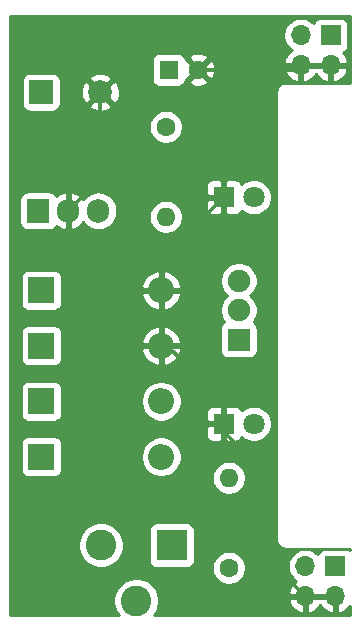
<source format=gbr>
%TF.GenerationSoftware,KiCad,Pcbnew,(5.1.10)-1*%
%TF.CreationDate,2021-12-27T15:37:09-03:00*%
%TF.ProjectId,pwr_supply,7077725f-7375-4707-906c-792e6b696361,rev?*%
%TF.SameCoordinates,Original*%
%TF.FileFunction,Copper,L2,Bot*%
%TF.FilePolarity,Positive*%
%FSLAX46Y46*%
G04 Gerber Fmt 4.6, Leading zero omitted, Abs format (unit mm)*
G04 Created by KiCad (PCBNEW (5.1.10)-1) date 2021-12-27 15:37:09*
%MOMM*%
%LPD*%
G01*
G04 APERTURE LIST*
%TA.AperFunction,ComponentPad*%
%ADD10C,2.000000*%
%TD*%
%TA.AperFunction,ComponentPad*%
%ADD11R,2.000000X2.000000*%
%TD*%
%TA.AperFunction,ComponentPad*%
%ADD12C,1.600000*%
%TD*%
%TA.AperFunction,ComponentPad*%
%ADD13R,1.600000X1.600000*%
%TD*%
%TA.AperFunction,ComponentPad*%
%ADD14O,2.200000X2.200000*%
%TD*%
%TA.AperFunction,ComponentPad*%
%ADD15R,2.200000X2.200000*%
%TD*%
%TA.AperFunction,ComponentPad*%
%ADD16C,1.800000*%
%TD*%
%TA.AperFunction,ComponentPad*%
%ADD17R,1.800000X1.800000*%
%TD*%
%TA.AperFunction,ComponentPad*%
%ADD18C,2.600000*%
%TD*%
%TA.AperFunction,ComponentPad*%
%ADD19R,2.600000X2.600000*%
%TD*%
%TA.AperFunction,ComponentPad*%
%ADD20O,1.700000X1.700000*%
%TD*%
%TA.AperFunction,ComponentPad*%
%ADD21R,1.700000X1.700000*%
%TD*%
%TA.AperFunction,ComponentPad*%
%ADD22O,1.600000X1.600000*%
%TD*%
%TA.AperFunction,ComponentPad*%
%ADD23C,1.900000*%
%TD*%
%TA.AperFunction,ComponentPad*%
%ADD24R,1.900000X1.900000*%
%TD*%
%TA.AperFunction,ComponentPad*%
%ADD25O,1.905000X2.000000*%
%TD*%
%TA.AperFunction,ComponentPad*%
%ADD26R,1.905000X2.000000*%
%TD*%
%TA.AperFunction,Conductor*%
%ADD27C,0.300000*%
%TD*%
%TA.AperFunction,Conductor*%
%ADD28C,0.254000*%
%TD*%
%TA.AperFunction,Conductor*%
%ADD29C,0.100000*%
%TD*%
G04 APERTURE END LIST*
D10*
%TO.P,C1,2*%
%TO.N,/GND*%
X131365000Y-70485000D03*
D11*
%TO.P,C1,1*%
%TO.N,/Vin*%
X126365000Y-70485000D03*
%TD*%
D12*
%TO.P,C2,2*%
%TO.N,/GND*%
X139660000Y-68580000D03*
D13*
%TO.P,C2,1*%
%TO.N,/Vout1*%
X137160000Y-68580000D03*
%TD*%
D14*
%TO.P,D1,2*%
%TO.N,Net-(D1-Pad2)*%
X136525000Y-96647000D03*
D15*
%TO.P,D1,1*%
%TO.N,/Vin*%
X126365000Y-96647000D03*
%TD*%
D14*
%TO.P,D2,2*%
%TO.N,/GND*%
X136525000Y-87249000D03*
D15*
%TO.P,D2,1*%
%TO.N,Net-(D1-Pad2)*%
X126365000Y-87249000D03*
%TD*%
%TO.P,D3,1*%
%TO.N,/Vin*%
X126365000Y-101346000D03*
D14*
%TO.P,D3,2*%
%TO.N,Net-(D3-Pad2)*%
X136525000Y-101346000D03*
%TD*%
D15*
%TO.P,D4,1*%
%TO.N,Net-(D3-Pad2)*%
X126365000Y-91948000D03*
D14*
%TO.P,D4,2*%
%TO.N,/GND*%
X136525000Y-91948000D03*
%TD*%
D16*
%TO.P,D5,2*%
%TO.N,Net-(D5-Pad2)*%
X144358000Y-98552000D03*
D17*
%TO.P,D5,1*%
%TO.N,/GND*%
X141818000Y-98552000D03*
%TD*%
%TO.P,D6,1*%
%TO.N,/GND*%
X141818000Y-79375000D03*
D16*
%TO.P,D6,2*%
%TO.N,Net-(D6-Pad2)*%
X144358000Y-79375000D03*
%TD*%
D18*
%TO.P,J1,3*%
%TO.N,Net-(J1-Pad3)*%
X134414000Y-113539000D03*
%TO.P,J1,2*%
%TO.N,Net-(D3-Pad2)*%
X131414000Y-108839000D03*
D19*
%TO.P,J1,1*%
%TO.N,Net-(D1-Pad2)*%
X137414000Y-108839000D03*
%TD*%
D20*
%TO.P,J2,4*%
%TO.N,/GND*%
X148336000Y-68199000D03*
%TO.P,J2,3*%
X150876000Y-68199000D03*
%TO.P,J2,2*%
%TO.N,/Vout2*%
X148336000Y-65659000D03*
D21*
%TO.P,J2,1*%
X150876000Y-65659000D03*
%TD*%
%TO.P,J3,1*%
%TO.N,/Vout2*%
X151257000Y-110617000D03*
D20*
%TO.P,J3,2*%
X148717000Y-110617000D03*
%TO.P,J3,3*%
%TO.N,/GND*%
X151257000Y-113157000D03*
%TO.P,J3,4*%
X148717000Y-113157000D03*
%TD*%
D22*
%TO.P,R1,2*%
%TO.N,Net-(D5-Pad2)*%
X142240000Y-103124000D03*
D12*
%TO.P,R1,1*%
%TO.N,/Vout1*%
X142240000Y-110744000D03*
%TD*%
%TO.P,R2,1*%
%TO.N,/Vout2*%
X136906000Y-73406000D03*
D22*
%TO.P,R2,2*%
%TO.N,Net-(D6-Pad2)*%
X136906000Y-81026000D03*
%TD*%
D23*
%TO.P,SW1,3*%
%TO.N,Net-(SW1-Pad3)*%
X143093000Y-86440000D03*
%TO.P,SW1,2*%
%TO.N,/Vout1*%
X143093000Y-88940000D03*
D24*
%TO.P,SW1,1*%
%TO.N,/Vout2*%
X143093000Y-91440000D03*
%TD*%
D25*
%TO.P,U1,3*%
%TO.N,/Vout1*%
X131191000Y-80518000D03*
%TO.P,U1,2*%
%TO.N,/GND*%
X128651000Y-80518000D03*
D26*
%TO.P,U1,1*%
%TO.N,/Vin*%
X126111000Y-80518000D03*
%TD*%
D27*
%TO.N,/GND*%
X151257000Y-113157000D02*
X148717000Y-113157000D01*
X131365000Y-77804000D02*
X128651000Y-80518000D01*
X131365000Y-70485000D02*
X131365000Y-77804000D01*
X131365000Y-70485000D02*
X135001000Y-66849000D01*
X137929000Y-66849000D02*
X139660000Y-68580000D01*
X135001000Y-66849000D02*
X137929000Y-66849000D01*
X141818000Y-70738000D02*
X139660000Y-68580000D01*
X141818000Y-79375000D02*
X141818000Y-70738000D01*
X141818000Y-96733000D02*
X141818000Y-98552000D01*
X136525000Y-91440000D02*
X141818000Y-96733000D01*
X136525000Y-84668000D02*
X141818000Y-79375000D01*
X136525000Y-87884000D02*
X136525000Y-84668000D01*
X136525000Y-87249000D02*
X136525000Y-91948000D01*
X147955000Y-68580000D02*
X148336000Y-68199000D01*
X139660000Y-68580000D02*
X147955000Y-68580000D01*
X148336000Y-68199000D02*
X150876000Y-68199000D01*
X141818000Y-98552000D02*
X141818000Y-99273000D01*
X141818000Y-99273000D02*
X145288000Y-102743000D01*
X145288000Y-109728000D02*
X148717000Y-113157000D01*
X145288000Y-102743000D02*
X145288000Y-109728000D01*
%TO.N,/Vout1*%
X137160000Y-68580000D02*
X137160000Y-68834000D01*
%TD*%
D28*
%TO.N,/GND*%
X152502000Y-69698000D02*
X146971419Y-69698000D01*
X146939000Y-69694807D01*
X146906581Y-69698000D01*
X146809617Y-69707550D01*
X146685207Y-69745290D01*
X146570550Y-69806575D01*
X146470052Y-69889052D01*
X146387575Y-69989550D01*
X146326290Y-70104207D01*
X146288550Y-70228617D01*
X146275807Y-70358000D01*
X146279001Y-70390429D01*
X146279000Y-108425581D01*
X146275807Y-108458000D01*
X146288550Y-108587383D01*
X146326290Y-108711793D01*
X146387575Y-108826450D01*
X146470052Y-108926948D01*
X146570550Y-109009425D01*
X146685207Y-109070710D01*
X146809617Y-109108450D01*
X146939000Y-109121193D01*
X146971419Y-109118000D01*
X152502001Y-109118000D01*
X152502001Y-109269706D01*
X152461494Y-109236463D01*
X152351180Y-109177498D01*
X152231482Y-109141188D01*
X152107000Y-109128928D01*
X150407000Y-109128928D01*
X150282518Y-109141188D01*
X150162820Y-109177498D01*
X150052506Y-109236463D01*
X149955815Y-109315815D01*
X149876463Y-109412506D01*
X149817498Y-109522820D01*
X149795487Y-109595380D01*
X149663632Y-109463525D01*
X149420411Y-109301010D01*
X149150158Y-109189068D01*
X148863260Y-109132000D01*
X148570740Y-109132000D01*
X148283842Y-109189068D01*
X148013589Y-109301010D01*
X147770368Y-109463525D01*
X147563525Y-109670368D01*
X147401010Y-109913589D01*
X147289068Y-110183842D01*
X147232000Y-110470740D01*
X147232000Y-110763260D01*
X147289068Y-111050158D01*
X147401010Y-111320411D01*
X147563525Y-111563632D01*
X147770368Y-111770475D01*
X147952534Y-111892195D01*
X147835645Y-111961822D01*
X147619412Y-112156731D01*
X147445359Y-112390080D01*
X147320175Y-112652901D01*
X147275524Y-112800110D01*
X147396845Y-113030000D01*
X148590000Y-113030000D01*
X148590000Y-113010000D01*
X148844000Y-113010000D01*
X148844000Y-113030000D01*
X151130000Y-113030000D01*
X151130000Y-113010000D01*
X151384000Y-113010000D01*
X151384000Y-113030000D01*
X151404000Y-113030000D01*
X151404000Y-113284000D01*
X151384000Y-113284000D01*
X151384000Y-114477814D01*
X151613891Y-114598481D01*
X151888252Y-114501157D01*
X152138355Y-114352178D01*
X152354588Y-114157269D01*
X152502000Y-113959637D01*
X152502000Y-114783000D01*
X135906504Y-114783000D01*
X135917013Y-114772491D01*
X136128775Y-114455566D01*
X136274639Y-114103419D01*
X136349000Y-113729581D01*
X136349000Y-113513890D01*
X147275524Y-113513890D01*
X147320175Y-113661099D01*
X147445359Y-113923920D01*
X147619412Y-114157269D01*
X147835645Y-114352178D01*
X148085748Y-114501157D01*
X148360109Y-114598481D01*
X148590000Y-114477814D01*
X148590000Y-113284000D01*
X148844000Y-113284000D01*
X148844000Y-114477814D01*
X149073891Y-114598481D01*
X149348252Y-114501157D01*
X149598355Y-114352178D01*
X149814588Y-114157269D01*
X149987000Y-113926120D01*
X150159412Y-114157269D01*
X150375645Y-114352178D01*
X150625748Y-114501157D01*
X150900109Y-114598481D01*
X151130000Y-114477814D01*
X151130000Y-113284000D01*
X148844000Y-113284000D01*
X148590000Y-113284000D01*
X147396845Y-113284000D01*
X147275524Y-113513890D01*
X136349000Y-113513890D01*
X136349000Y-113348419D01*
X136274639Y-112974581D01*
X136128775Y-112622434D01*
X135917013Y-112305509D01*
X135647491Y-112035987D01*
X135330566Y-111824225D01*
X134978419Y-111678361D01*
X134604581Y-111604000D01*
X134223419Y-111604000D01*
X133849581Y-111678361D01*
X133497434Y-111824225D01*
X133180509Y-112035987D01*
X132910987Y-112305509D01*
X132699225Y-112622434D01*
X132553361Y-112974581D01*
X132479000Y-113348419D01*
X132479000Y-113729581D01*
X132553361Y-114103419D01*
X132699225Y-114455566D01*
X132910987Y-114772491D01*
X132921496Y-114783000D01*
X123723000Y-114783000D01*
X123723000Y-108648419D01*
X129479000Y-108648419D01*
X129479000Y-109029581D01*
X129553361Y-109403419D01*
X129699225Y-109755566D01*
X129910987Y-110072491D01*
X130180509Y-110342013D01*
X130497434Y-110553775D01*
X130849581Y-110699639D01*
X131223419Y-110774000D01*
X131604581Y-110774000D01*
X131978419Y-110699639D01*
X132330566Y-110553775D01*
X132647491Y-110342013D01*
X132917013Y-110072491D01*
X133128775Y-109755566D01*
X133274639Y-109403419D01*
X133349000Y-109029581D01*
X133349000Y-108648419D01*
X133274639Y-108274581D01*
X133128775Y-107922434D01*
X132917013Y-107605509D01*
X132850504Y-107539000D01*
X135475928Y-107539000D01*
X135475928Y-110139000D01*
X135488188Y-110263482D01*
X135524498Y-110383180D01*
X135583463Y-110493494D01*
X135662815Y-110590185D01*
X135759506Y-110669537D01*
X135869820Y-110728502D01*
X135989518Y-110764812D01*
X136114000Y-110777072D01*
X138714000Y-110777072D01*
X138838482Y-110764812D01*
X138958180Y-110728502D01*
X139068494Y-110669537D01*
X139149978Y-110602665D01*
X140805000Y-110602665D01*
X140805000Y-110885335D01*
X140860147Y-111162574D01*
X140968320Y-111423727D01*
X141125363Y-111658759D01*
X141325241Y-111858637D01*
X141560273Y-112015680D01*
X141821426Y-112123853D01*
X142098665Y-112179000D01*
X142381335Y-112179000D01*
X142658574Y-112123853D01*
X142919727Y-112015680D01*
X143154759Y-111858637D01*
X143354637Y-111658759D01*
X143511680Y-111423727D01*
X143619853Y-111162574D01*
X143675000Y-110885335D01*
X143675000Y-110602665D01*
X143619853Y-110325426D01*
X143511680Y-110064273D01*
X143354637Y-109829241D01*
X143154759Y-109629363D01*
X142919727Y-109472320D01*
X142658574Y-109364147D01*
X142381335Y-109309000D01*
X142098665Y-109309000D01*
X141821426Y-109364147D01*
X141560273Y-109472320D01*
X141325241Y-109629363D01*
X141125363Y-109829241D01*
X140968320Y-110064273D01*
X140860147Y-110325426D01*
X140805000Y-110602665D01*
X139149978Y-110602665D01*
X139165185Y-110590185D01*
X139244537Y-110493494D01*
X139303502Y-110383180D01*
X139339812Y-110263482D01*
X139352072Y-110139000D01*
X139352072Y-107539000D01*
X139339812Y-107414518D01*
X139303502Y-107294820D01*
X139244537Y-107184506D01*
X139165185Y-107087815D01*
X139068494Y-107008463D01*
X138958180Y-106949498D01*
X138838482Y-106913188D01*
X138714000Y-106900928D01*
X136114000Y-106900928D01*
X135989518Y-106913188D01*
X135869820Y-106949498D01*
X135759506Y-107008463D01*
X135662815Y-107087815D01*
X135583463Y-107184506D01*
X135524498Y-107294820D01*
X135488188Y-107414518D01*
X135475928Y-107539000D01*
X132850504Y-107539000D01*
X132647491Y-107335987D01*
X132330566Y-107124225D01*
X131978419Y-106978361D01*
X131604581Y-106904000D01*
X131223419Y-106904000D01*
X130849581Y-106978361D01*
X130497434Y-107124225D01*
X130180509Y-107335987D01*
X129910987Y-107605509D01*
X129699225Y-107922434D01*
X129553361Y-108274581D01*
X129479000Y-108648419D01*
X123723000Y-108648419D01*
X123723000Y-100246000D01*
X124626928Y-100246000D01*
X124626928Y-102446000D01*
X124639188Y-102570482D01*
X124675498Y-102690180D01*
X124734463Y-102800494D01*
X124813815Y-102897185D01*
X124910506Y-102976537D01*
X125020820Y-103035502D01*
X125140518Y-103071812D01*
X125265000Y-103084072D01*
X127465000Y-103084072D01*
X127589482Y-103071812D01*
X127709180Y-103035502D01*
X127819494Y-102976537D01*
X127916185Y-102897185D01*
X127995537Y-102800494D01*
X128054502Y-102690180D01*
X128090812Y-102570482D01*
X128103072Y-102446000D01*
X128103072Y-101175117D01*
X134790000Y-101175117D01*
X134790000Y-101516883D01*
X134856675Y-101852081D01*
X134987463Y-102167831D01*
X135177337Y-102451998D01*
X135419002Y-102693663D01*
X135703169Y-102883537D01*
X136018919Y-103014325D01*
X136354117Y-103081000D01*
X136695883Y-103081000D01*
X137031081Y-103014325D01*
X137107514Y-102982665D01*
X140805000Y-102982665D01*
X140805000Y-103265335D01*
X140860147Y-103542574D01*
X140968320Y-103803727D01*
X141125363Y-104038759D01*
X141325241Y-104238637D01*
X141560273Y-104395680D01*
X141821426Y-104503853D01*
X142098665Y-104559000D01*
X142381335Y-104559000D01*
X142658574Y-104503853D01*
X142919727Y-104395680D01*
X143154759Y-104238637D01*
X143354637Y-104038759D01*
X143511680Y-103803727D01*
X143619853Y-103542574D01*
X143675000Y-103265335D01*
X143675000Y-102982665D01*
X143619853Y-102705426D01*
X143511680Y-102444273D01*
X143354637Y-102209241D01*
X143154759Y-102009363D01*
X142919727Y-101852320D01*
X142658574Y-101744147D01*
X142381335Y-101689000D01*
X142098665Y-101689000D01*
X141821426Y-101744147D01*
X141560273Y-101852320D01*
X141325241Y-102009363D01*
X141125363Y-102209241D01*
X140968320Y-102444273D01*
X140860147Y-102705426D01*
X140805000Y-102982665D01*
X137107514Y-102982665D01*
X137346831Y-102883537D01*
X137630998Y-102693663D01*
X137872663Y-102451998D01*
X138062537Y-102167831D01*
X138193325Y-101852081D01*
X138260000Y-101516883D01*
X138260000Y-101175117D01*
X138193325Y-100839919D01*
X138062537Y-100524169D01*
X137872663Y-100240002D01*
X137630998Y-99998337D01*
X137346831Y-99808463D01*
X137031081Y-99677675D01*
X136695883Y-99611000D01*
X136354117Y-99611000D01*
X136018919Y-99677675D01*
X135703169Y-99808463D01*
X135419002Y-99998337D01*
X135177337Y-100240002D01*
X134987463Y-100524169D01*
X134856675Y-100839919D01*
X134790000Y-101175117D01*
X128103072Y-101175117D01*
X128103072Y-100246000D01*
X128090812Y-100121518D01*
X128054502Y-100001820D01*
X127995537Y-99891506D01*
X127916185Y-99794815D01*
X127819494Y-99715463D01*
X127709180Y-99656498D01*
X127589482Y-99620188D01*
X127465000Y-99607928D01*
X125265000Y-99607928D01*
X125140518Y-99620188D01*
X125020820Y-99656498D01*
X124910506Y-99715463D01*
X124813815Y-99794815D01*
X124734463Y-99891506D01*
X124675498Y-100001820D01*
X124639188Y-100121518D01*
X124626928Y-100246000D01*
X123723000Y-100246000D01*
X123723000Y-99452000D01*
X140279928Y-99452000D01*
X140292188Y-99576482D01*
X140328498Y-99696180D01*
X140387463Y-99806494D01*
X140466815Y-99903185D01*
X140563506Y-99982537D01*
X140673820Y-100041502D01*
X140793518Y-100077812D01*
X140918000Y-100090072D01*
X141532250Y-100087000D01*
X141691000Y-99928250D01*
X141691000Y-98679000D01*
X140441750Y-98679000D01*
X140283000Y-98837750D01*
X140279928Y-99452000D01*
X123723000Y-99452000D01*
X123723000Y-95547000D01*
X124626928Y-95547000D01*
X124626928Y-97747000D01*
X124639188Y-97871482D01*
X124675498Y-97991180D01*
X124734463Y-98101494D01*
X124813815Y-98198185D01*
X124910506Y-98277537D01*
X125020820Y-98336502D01*
X125140518Y-98372812D01*
X125265000Y-98385072D01*
X127465000Y-98385072D01*
X127589482Y-98372812D01*
X127709180Y-98336502D01*
X127819494Y-98277537D01*
X127916185Y-98198185D01*
X127995537Y-98101494D01*
X128054502Y-97991180D01*
X128090812Y-97871482D01*
X128103072Y-97747000D01*
X128103072Y-96476117D01*
X134790000Y-96476117D01*
X134790000Y-96817883D01*
X134856675Y-97153081D01*
X134987463Y-97468831D01*
X135177337Y-97752998D01*
X135419002Y-97994663D01*
X135703169Y-98184537D01*
X136018919Y-98315325D01*
X136354117Y-98382000D01*
X136695883Y-98382000D01*
X137031081Y-98315325D01*
X137346831Y-98184537D01*
X137630998Y-97994663D01*
X137872663Y-97752998D01*
X137940147Y-97652000D01*
X140279928Y-97652000D01*
X140283000Y-98266250D01*
X140441750Y-98425000D01*
X141691000Y-98425000D01*
X141691000Y-97175750D01*
X141945000Y-97175750D01*
X141945000Y-98425000D01*
X141965000Y-98425000D01*
X141965000Y-98679000D01*
X141945000Y-98679000D01*
X141945000Y-99928250D01*
X142103750Y-100087000D01*
X142718000Y-100090072D01*
X142842482Y-100077812D01*
X142962180Y-100041502D01*
X143072494Y-99982537D01*
X143169185Y-99903185D01*
X143248537Y-99806494D01*
X143307502Y-99696180D01*
X143313056Y-99677873D01*
X143379495Y-99744312D01*
X143630905Y-99912299D01*
X143910257Y-100028011D01*
X144206816Y-100087000D01*
X144509184Y-100087000D01*
X144805743Y-100028011D01*
X145085095Y-99912299D01*
X145336505Y-99744312D01*
X145550312Y-99530505D01*
X145718299Y-99279095D01*
X145834011Y-98999743D01*
X145893000Y-98703184D01*
X145893000Y-98400816D01*
X145834011Y-98104257D01*
X145718299Y-97824905D01*
X145550312Y-97573495D01*
X145336505Y-97359688D01*
X145085095Y-97191701D01*
X144805743Y-97075989D01*
X144509184Y-97017000D01*
X144206816Y-97017000D01*
X143910257Y-97075989D01*
X143630905Y-97191701D01*
X143379495Y-97359688D01*
X143313056Y-97426127D01*
X143307502Y-97407820D01*
X143248537Y-97297506D01*
X143169185Y-97200815D01*
X143072494Y-97121463D01*
X142962180Y-97062498D01*
X142842482Y-97026188D01*
X142718000Y-97013928D01*
X142103750Y-97017000D01*
X141945000Y-97175750D01*
X141691000Y-97175750D01*
X141532250Y-97017000D01*
X140918000Y-97013928D01*
X140793518Y-97026188D01*
X140673820Y-97062498D01*
X140563506Y-97121463D01*
X140466815Y-97200815D01*
X140387463Y-97297506D01*
X140328498Y-97407820D01*
X140292188Y-97527518D01*
X140279928Y-97652000D01*
X137940147Y-97652000D01*
X138062537Y-97468831D01*
X138193325Y-97153081D01*
X138260000Y-96817883D01*
X138260000Y-96476117D01*
X138193325Y-96140919D01*
X138062537Y-95825169D01*
X137872663Y-95541002D01*
X137630998Y-95299337D01*
X137346831Y-95109463D01*
X137031081Y-94978675D01*
X136695883Y-94912000D01*
X136354117Y-94912000D01*
X136018919Y-94978675D01*
X135703169Y-95109463D01*
X135419002Y-95299337D01*
X135177337Y-95541002D01*
X134987463Y-95825169D01*
X134856675Y-96140919D01*
X134790000Y-96476117D01*
X128103072Y-96476117D01*
X128103072Y-95547000D01*
X128090812Y-95422518D01*
X128054502Y-95302820D01*
X127995537Y-95192506D01*
X127916185Y-95095815D01*
X127819494Y-95016463D01*
X127709180Y-94957498D01*
X127589482Y-94921188D01*
X127465000Y-94908928D01*
X125265000Y-94908928D01*
X125140518Y-94921188D01*
X125020820Y-94957498D01*
X124910506Y-95016463D01*
X124813815Y-95095815D01*
X124734463Y-95192506D01*
X124675498Y-95302820D01*
X124639188Y-95422518D01*
X124626928Y-95547000D01*
X123723000Y-95547000D01*
X123723000Y-90848000D01*
X124626928Y-90848000D01*
X124626928Y-93048000D01*
X124639188Y-93172482D01*
X124675498Y-93292180D01*
X124734463Y-93402494D01*
X124813815Y-93499185D01*
X124910506Y-93578537D01*
X125020820Y-93637502D01*
X125140518Y-93673812D01*
X125265000Y-93686072D01*
X127465000Y-93686072D01*
X127589482Y-93673812D01*
X127709180Y-93637502D01*
X127819494Y-93578537D01*
X127916185Y-93499185D01*
X127995537Y-93402494D01*
X128054502Y-93292180D01*
X128090812Y-93172482D01*
X128103072Y-93048000D01*
X128103072Y-92344122D01*
X134835825Y-92344122D01*
X134900425Y-92557094D01*
X135050469Y-92862329D01*
X135257178Y-93132427D01*
X135512609Y-93357008D01*
X135806946Y-93527442D01*
X136128877Y-93637179D01*
X136398000Y-93519600D01*
X136398000Y-92075000D01*
X136652000Y-92075000D01*
X136652000Y-93519600D01*
X136921123Y-93637179D01*
X137243054Y-93527442D01*
X137537391Y-93357008D01*
X137792822Y-93132427D01*
X137999531Y-92862329D01*
X138149575Y-92557094D01*
X138214175Y-92344122D01*
X138096125Y-92075000D01*
X136652000Y-92075000D01*
X136398000Y-92075000D01*
X134953875Y-92075000D01*
X134835825Y-92344122D01*
X128103072Y-92344122D01*
X128103072Y-91551878D01*
X134835825Y-91551878D01*
X134953875Y-91821000D01*
X136398000Y-91821000D01*
X136398000Y-90376400D01*
X136652000Y-90376400D01*
X136652000Y-91821000D01*
X138096125Y-91821000D01*
X138214175Y-91551878D01*
X138149575Y-91338906D01*
X137999531Y-91033671D01*
X137792822Y-90763573D01*
X137537391Y-90538992D01*
X137452783Y-90490000D01*
X141504928Y-90490000D01*
X141504928Y-92390000D01*
X141517188Y-92514482D01*
X141553498Y-92634180D01*
X141612463Y-92744494D01*
X141691815Y-92841185D01*
X141788506Y-92920537D01*
X141898820Y-92979502D01*
X142018518Y-93015812D01*
X142143000Y-93028072D01*
X144043000Y-93028072D01*
X144167482Y-93015812D01*
X144287180Y-92979502D01*
X144397494Y-92920537D01*
X144494185Y-92841185D01*
X144573537Y-92744494D01*
X144632502Y-92634180D01*
X144668812Y-92514482D01*
X144681072Y-92390000D01*
X144681072Y-90490000D01*
X144668812Y-90365518D01*
X144632502Y-90245820D01*
X144573537Y-90135506D01*
X144494185Y-90038815D01*
X144397494Y-89959463D01*
X144338979Y-89928186D01*
X144497609Y-89690779D01*
X144617089Y-89402327D01*
X144678000Y-89096109D01*
X144678000Y-88783891D01*
X144617089Y-88477673D01*
X144497609Y-88189221D01*
X144324150Y-87929621D01*
X144103379Y-87708850D01*
X144075168Y-87690000D01*
X144103379Y-87671150D01*
X144324150Y-87450379D01*
X144497609Y-87190779D01*
X144617089Y-86902327D01*
X144678000Y-86596109D01*
X144678000Y-86283891D01*
X144617089Y-85977673D01*
X144497609Y-85689221D01*
X144324150Y-85429621D01*
X144103379Y-85208850D01*
X143843779Y-85035391D01*
X143555327Y-84915911D01*
X143249109Y-84855000D01*
X142936891Y-84855000D01*
X142630673Y-84915911D01*
X142342221Y-85035391D01*
X142082621Y-85208850D01*
X141861850Y-85429621D01*
X141688391Y-85689221D01*
X141568911Y-85977673D01*
X141508000Y-86283891D01*
X141508000Y-86596109D01*
X141568911Y-86902327D01*
X141688391Y-87190779D01*
X141861850Y-87450379D01*
X142082621Y-87671150D01*
X142110832Y-87690000D01*
X142082621Y-87708850D01*
X141861850Y-87929621D01*
X141688391Y-88189221D01*
X141568911Y-88477673D01*
X141508000Y-88783891D01*
X141508000Y-89096109D01*
X141568911Y-89402327D01*
X141688391Y-89690779D01*
X141847021Y-89928186D01*
X141788506Y-89959463D01*
X141691815Y-90038815D01*
X141612463Y-90135506D01*
X141553498Y-90245820D01*
X141517188Y-90365518D01*
X141504928Y-90490000D01*
X137452783Y-90490000D01*
X137243054Y-90368558D01*
X136921123Y-90258821D01*
X136652000Y-90376400D01*
X136398000Y-90376400D01*
X136128877Y-90258821D01*
X135806946Y-90368558D01*
X135512609Y-90538992D01*
X135257178Y-90763573D01*
X135050469Y-91033671D01*
X134900425Y-91338906D01*
X134835825Y-91551878D01*
X128103072Y-91551878D01*
X128103072Y-90848000D01*
X128090812Y-90723518D01*
X128054502Y-90603820D01*
X127995537Y-90493506D01*
X127916185Y-90396815D01*
X127819494Y-90317463D01*
X127709180Y-90258498D01*
X127589482Y-90222188D01*
X127465000Y-90209928D01*
X125265000Y-90209928D01*
X125140518Y-90222188D01*
X125020820Y-90258498D01*
X124910506Y-90317463D01*
X124813815Y-90396815D01*
X124734463Y-90493506D01*
X124675498Y-90603820D01*
X124639188Y-90723518D01*
X124626928Y-90848000D01*
X123723000Y-90848000D01*
X123723000Y-86149000D01*
X124626928Y-86149000D01*
X124626928Y-88349000D01*
X124639188Y-88473482D01*
X124675498Y-88593180D01*
X124734463Y-88703494D01*
X124813815Y-88800185D01*
X124910506Y-88879537D01*
X125020820Y-88938502D01*
X125140518Y-88974812D01*
X125265000Y-88987072D01*
X127465000Y-88987072D01*
X127589482Y-88974812D01*
X127709180Y-88938502D01*
X127819494Y-88879537D01*
X127916185Y-88800185D01*
X127995537Y-88703494D01*
X128054502Y-88593180D01*
X128090812Y-88473482D01*
X128103072Y-88349000D01*
X128103072Y-87645122D01*
X134835825Y-87645122D01*
X134900425Y-87858094D01*
X135050469Y-88163329D01*
X135257178Y-88433427D01*
X135512609Y-88658008D01*
X135806946Y-88828442D01*
X136128877Y-88938179D01*
X136398000Y-88820600D01*
X136398000Y-87376000D01*
X136652000Y-87376000D01*
X136652000Y-88820600D01*
X136921123Y-88938179D01*
X137243054Y-88828442D01*
X137537391Y-88658008D01*
X137792822Y-88433427D01*
X137999531Y-88163329D01*
X138149575Y-87858094D01*
X138214175Y-87645122D01*
X138096125Y-87376000D01*
X136652000Y-87376000D01*
X136398000Y-87376000D01*
X134953875Y-87376000D01*
X134835825Y-87645122D01*
X128103072Y-87645122D01*
X128103072Y-86852878D01*
X134835825Y-86852878D01*
X134953875Y-87122000D01*
X136398000Y-87122000D01*
X136398000Y-85677400D01*
X136652000Y-85677400D01*
X136652000Y-87122000D01*
X138096125Y-87122000D01*
X138214175Y-86852878D01*
X138149575Y-86639906D01*
X137999531Y-86334671D01*
X137792822Y-86064573D01*
X137537391Y-85839992D01*
X137243054Y-85669558D01*
X136921123Y-85559821D01*
X136652000Y-85677400D01*
X136398000Y-85677400D01*
X136128877Y-85559821D01*
X135806946Y-85669558D01*
X135512609Y-85839992D01*
X135257178Y-86064573D01*
X135050469Y-86334671D01*
X134900425Y-86639906D01*
X134835825Y-86852878D01*
X128103072Y-86852878D01*
X128103072Y-86149000D01*
X128090812Y-86024518D01*
X128054502Y-85904820D01*
X127995537Y-85794506D01*
X127916185Y-85697815D01*
X127819494Y-85618463D01*
X127709180Y-85559498D01*
X127589482Y-85523188D01*
X127465000Y-85510928D01*
X125265000Y-85510928D01*
X125140518Y-85523188D01*
X125020820Y-85559498D01*
X124910506Y-85618463D01*
X124813815Y-85697815D01*
X124734463Y-85794506D01*
X124675498Y-85904820D01*
X124639188Y-86024518D01*
X124626928Y-86149000D01*
X123723000Y-86149000D01*
X123723000Y-79518000D01*
X124520428Y-79518000D01*
X124520428Y-81518000D01*
X124532688Y-81642482D01*
X124568998Y-81762180D01*
X124627963Y-81872494D01*
X124707315Y-81969185D01*
X124804006Y-82048537D01*
X124914320Y-82107502D01*
X125034018Y-82143812D01*
X125158500Y-82156072D01*
X127063500Y-82156072D01*
X127187982Y-82143812D01*
X127307680Y-82107502D01*
X127417994Y-82048537D01*
X127514685Y-81969185D01*
X127594037Y-81872494D01*
X127643059Y-81780781D01*
X127784077Y-81893969D01*
X128059906Y-82037571D01*
X128278020Y-82108563D01*
X128524000Y-81988594D01*
X128524000Y-80645000D01*
X128504000Y-80645000D01*
X128504000Y-80391000D01*
X128524000Y-80391000D01*
X128524000Y-79047406D01*
X128778000Y-79047406D01*
X128778000Y-80391000D01*
X128798000Y-80391000D01*
X128798000Y-80645000D01*
X128778000Y-80645000D01*
X128778000Y-81988594D01*
X129023980Y-82108563D01*
X129242094Y-82037571D01*
X129517923Y-81893969D01*
X129760437Y-81699315D01*
X129915837Y-81514101D01*
X130063037Y-81693463D01*
X130304766Y-81891845D01*
X130580552Y-82039255D01*
X130879797Y-82130030D01*
X131191000Y-82160681D01*
X131502204Y-82130030D01*
X131801449Y-82039255D01*
X132077235Y-81891845D01*
X132318963Y-81693463D01*
X132517345Y-81451734D01*
X132664755Y-81175948D01*
X132753114Y-80884665D01*
X135471000Y-80884665D01*
X135471000Y-81167335D01*
X135526147Y-81444574D01*
X135634320Y-81705727D01*
X135791363Y-81940759D01*
X135991241Y-82140637D01*
X136226273Y-82297680D01*
X136487426Y-82405853D01*
X136764665Y-82461000D01*
X137047335Y-82461000D01*
X137324574Y-82405853D01*
X137585727Y-82297680D01*
X137820759Y-82140637D01*
X138020637Y-81940759D01*
X138177680Y-81705727D01*
X138285853Y-81444574D01*
X138341000Y-81167335D01*
X138341000Y-80884665D01*
X138285853Y-80607426D01*
X138177680Y-80346273D01*
X138130058Y-80275000D01*
X140279928Y-80275000D01*
X140292188Y-80399482D01*
X140328498Y-80519180D01*
X140387463Y-80629494D01*
X140466815Y-80726185D01*
X140563506Y-80805537D01*
X140673820Y-80864502D01*
X140793518Y-80900812D01*
X140918000Y-80913072D01*
X141532250Y-80910000D01*
X141691000Y-80751250D01*
X141691000Y-79502000D01*
X140441750Y-79502000D01*
X140283000Y-79660750D01*
X140279928Y-80275000D01*
X138130058Y-80275000D01*
X138020637Y-80111241D01*
X137820759Y-79911363D01*
X137585727Y-79754320D01*
X137324574Y-79646147D01*
X137047335Y-79591000D01*
X136764665Y-79591000D01*
X136487426Y-79646147D01*
X136226273Y-79754320D01*
X135991241Y-79911363D01*
X135791363Y-80111241D01*
X135634320Y-80346273D01*
X135526147Y-80607426D01*
X135471000Y-80884665D01*
X132753114Y-80884665D01*
X132755530Y-80876703D01*
X132778500Y-80643485D01*
X132778500Y-80392514D01*
X132755530Y-80159296D01*
X132664755Y-79860051D01*
X132517345Y-79584265D01*
X132318963Y-79342537D01*
X132077234Y-79144155D01*
X131801448Y-78996745D01*
X131502203Y-78905970D01*
X131191000Y-78875319D01*
X130879796Y-78905970D01*
X130580551Y-78996745D01*
X130304765Y-79144155D01*
X130063037Y-79342537D01*
X129915838Y-79521900D01*
X129760437Y-79336685D01*
X129517923Y-79142031D01*
X129242094Y-78998429D01*
X129023980Y-78927437D01*
X128778000Y-79047406D01*
X128524000Y-79047406D01*
X128278020Y-78927437D01*
X128059906Y-78998429D01*
X127784077Y-79142031D01*
X127643059Y-79255219D01*
X127594037Y-79163506D01*
X127514685Y-79066815D01*
X127417994Y-78987463D01*
X127307680Y-78928498D01*
X127187982Y-78892188D01*
X127063500Y-78879928D01*
X125158500Y-78879928D01*
X125034018Y-78892188D01*
X124914320Y-78928498D01*
X124804006Y-78987463D01*
X124707315Y-79066815D01*
X124627963Y-79163506D01*
X124568998Y-79273820D01*
X124532688Y-79393518D01*
X124520428Y-79518000D01*
X123723000Y-79518000D01*
X123723000Y-78475000D01*
X140279928Y-78475000D01*
X140283000Y-79089250D01*
X140441750Y-79248000D01*
X141691000Y-79248000D01*
X141691000Y-77998750D01*
X141945000Y-77998750D01*
X141945000Y-79248000D01*
X141965000Y-79248000D01*
X141965000Y-79502000D01*
X141945000Y-79502000D01*
X141945000Y-80751250D01*
X142103750Y-80910000D01*
X142718000Y-80913072D01*
X142842482Y-80900812D01*
X142962180Y-80864502D01*
X143072494Y-80805537D01*
X143169185Y-80726185D01*
X143248537Y-80629494D01*
X143307502Y-80519180D01*
X143313056Y-80500873D01*
X143379495Y-80567312D01*
X143630905Y-80735299D01*
X143910257Y-80851011D01*
X144206816Y-80910000D01*
X144509184Y-80910000D01*
X144805743Y-80851011D01*
X145085095Y-80735299D01*
X145336505Y-80567312D01*
X145550312Y-80353505D01*
X145718299Y-80102095D01*
X145834011Y-79822743D01*
X145893000Y-79526184D01*
X145893000Y-79223816D01*
X145834011Y-78927257D01*
X145718299Y-78647905D01*
X145550312Y-78396495D01*
X145336505Y-78182688D01*
X145085095Y-78014701D01*
X144805743Y-77898989D01*
X144509184Y-77840000D01*
X144206816Y-77840000D01*
X143910257Y-77898989D01*
X143630905Y-78014701D01*
X143379495Y-78182688D01*
X143313056Y-78249127D01*
X143307502Y-78230820D01*
X143248537Y-78120506D01*
X143169185Y-78023815D01*
X143072494Y-77944463D01*
X142962180Y-77885498D01*
X142842482Y-77849188D01*
X142718000Y-77836928D01*
X142103750Y-77840000D01*
X141945000Y-77998750D01*
X141691000Y-77998750D01*
X141532250Y-77840000D01*
X140918000Y-77836928D01*
X140793518Y-77849188D01*
X140673820Y-77885498D01*
X140563506Y-77944463D01*
X140466815Y-78023815D01*
X140387463Y-78120506D01*
X140328498Y-78230820D01*
X140292188Y-78350518D01*
X140279928Y-78475000D01*
X123723000Y-78475000D01*
X123723000Y-73264665D01*
X135471000Y-73264665D01*
X135471000Y-73547335D01*
X135526147Y-73824574D01*
X135634320Y-74085727D01*
X135791363Y-74320759D01*
X135991241Y-74520637D01*
X136226273Y-74677680D01*
X136487426Y-74785853D01*
X136764665Y-74841000D01*
X137047335Y-74841000D01*
X137324574Y-74785853D01*
X137585727Y-74677680D01*
X137820759Y-74520637D01*
X138020637Y-74320759D01*
X138177680Y-74085727D01*
X138285853Y-73824574D01*
X138341000Y-73547335D01*
X138341000Y-73264665D01*
X138285853Y-72987426D01*
X138177680Y-72726273D01*
X138020637Y-72491241D01*
X137820759Y-72291363D01*
X137585727Y-72134320D01*
X137324574Y-72026147D01*
X137047335Y-71971000D01*
X136764665Y-71971000D01*
X136487426Y-72026147D01*
X136226273Y-72134320D01*
X135991241Y-72291363D01*
X135791363Y-72491241D01*
X135634320Y-72726273D01*
X135526147Y-72987426D01*
X135471000Y-73264665D01*
X123723000Y-73264665D01*
X123723000Y-69485000D01*
X124726928Y-69485000D01*
X124726928Y-71485000D01*
X124739188Y-71609482D01*
X124775498Y-71729180D01*
X124834463Y-71839494D01*
X124913815Y-71936185D01*
X125010506Y-72015537D01*
X125120820Y-72074502D01*
X125240518Y-72110812D01*
X125365000Y-72123072D01*
X127365000Y-72123072D01*
X127489482Y-72110812D01*
X127609180Y-72074502D01*
X127719494Y-72015537D01*
X127816185Y-71936185D01*
X127895537Y-71839494D01*
X127954502Y-71729180D01*
X127987496Y-71620413D01*
X130409192Y-71620413D01*
X130504956Y-71884814D01*
X130794571Y-72025704D01*
X131106108Y-72107384D01*
X131427595Y-72126718D01*
X131746675Y-72082961D01*
X132051088Y-71977795D01*
X132225044Y-71884814D01*
X132320808Y-71620413D01*
X131365000Y-70664605D01*
X130409192Y-71620413D01*
X127987496Y-71620413D01*
X127990812Y-71609482D01*
X128003072Y-71485000D01*
X128003072Y-70547595D01*
X129723282Y-70547595D01*
X129767039Y-70866675D01*
X129872205Y-71171088D01*
X129965186Y-71345044D01*
X130229587Y-71440808D01*
X131185395Y-70485000D01*
X131544605Y-70485000D01*
X132500413Y-71440808D01*
X132764814Y-71345044D01*
X132905704Y-71055429D01*
X132987384Y-70743892D01*
X133006718Y-70422405D01*
X132962961Y-70103325D01*
X132857795Y-69798912D01*
X132764814Y-69624956D01*
X132500413Y-69529192D01*
X131544605Y-70485000D01*
X131185395Y-70485000D01*
X130229587Y-69529192D01*
X129965186Y-69624956D01*
X129824296Y-69914571D01*
X129742616Y-70226108D01*
X129723282Y-70547595D01*
X128003072Y-70547595D01*
X128003072Y-69485000D01*
X127990812Y-69360518D01*
X127987497Y-69349587D01*
X130409192Y-69349587D01*
X131365000Y-70305395D01*
X132320808Y-69349587D01*
X132225044Y-69085186D01*
X131935429Y-68944296D01*
X131623892Y-68862616D01*
X131302405Y-68843282D01*
X130983325Y-68887039D01*
X130678912Y-68992205D01*
X130504956Y-69085186D01*
X130409192Y-69349587D01*
X127987497Y-69349587D01*
X127954502Y-69240820D01*
X127895537Y-69130506D01*
X127816185Y-69033815D01*
X127719494Y-68954463D01*
X127609180Y-68895498D01*
X127489482Y-68859188D01*
X127365000Y-68846928D01*
X125365000Y-68846928D01*
X125240518Y-68859188D01*
X125120820Y-68895498D01*
X125010506Y-68954463D01*
X124913815Y-69033815D01*
X124834463Y-69130506D01*
X124775498Y-69240820D01*
X124739188Y-69360518D01*
X124726928Y-69485000D01*
X123723000Y-69485000D01*
X123723000Y-67780000D01*
X135721928Y-67780000D01*
X135721928Y-69380000D01*
X135734188Y-69504482D01*
X135770498Y-69624180D01*
X135829463Y-69734494D01*
X135908815Y-69831185D01*
X136005506Y-69910537D01*
X136115820Y-69969502D01*
X136235518Y-70005812D01*
X136360000Y-70018072D01*
X137960000Y-70018072D01*
X138084482Y-70005812D01*
X138204180Y-69969502D01*
X138314494Y-69910537D01*
X138411185Y-69831185D01*
X138490537Y-69734494D01*
X138549502Y-69624180D01*
X138565117Y-69572702D01*
X138846903Y-69572702D01*
X138918486Y-69816671D01*
X139173996Y-69937571D01*
X139448184Y-70006300D01*
X139730512Y-70020217D01*
X140010130Y-69978787D01*
X140276292Y-69883603D01*
X140401514Y-69816671D01*
X140473097Y-69572702D01*
X139660000Y-68759605D01*
X138846903Y-69572702D01*
X138565117Y-69572702D01*
X138585812Y-69504482D01*
X138598072Y-69380000D01*
X138598072Y-69372785D01*
X138667298Y-69393097D01*
X139480395Y-68580000D01*
X139839605Y-68580000D01*
X140652702Y-69393097D01*
X140896671Y-69321514D01*
X141017571Y-69066004D01*
X141086300Y-68791816D01*
X141097929Y-68555890D01*
X146894524Y-68555890D01*
X146939175Y-68703099D01*
X147064359Y-68965920D01*
X147238412Y-69199269D01*
X147454645Y-69394178D01*
X147704748Y-69543157D01*
X147979109Y-69640481D01*
X148209000Y-69519814D01*
X148209000Y-68326000D01*
X148463000Y-68326000D01*
X148463000Y-69519814D01*
X148692891Y-69640481D01*
X148967252Y-69543157D01*
X149217355Y-69394178D01*
X149433588Y-69199269D01*
X149606000Y-68968120D01*
X149778412Y-69199269D01*
X149994645Y-69394178D01*
X150244748Y-69543157D01*
X150519109Y-69640481D01*
X150749000Y-69519814D01*
X150749000Y-68326000D01*
X151003000Y-68326000D01*
X151003000Y-69519814D01*
X151232891Y-69640481D01*
X151507252Y-69543157D01*
X151757355Y-69394178D01*
X151973588Y-69199269D01*
X152147641Y-68965920D01*
X152272825Y-68703099D01*
X152317476Y-68555890D01*
X152196155Y-68326000D01*
X151003000Y-68326000D01*
X150749000Y-68326000D01*
X148463000Y-68326000D01*
X148209000Y-68326000D01*
X147015845Y-68326000D01*
X146894524Y-68555890D01*
X141097929Y-68555890D01*
X141100217Y-68509488D01*
X141058787Y-68229870D01*
X140963603Y-67963708D01*
X140896671Y-67838486D01*
X140652702Y-67766903D01*
X139839605Y-68580000D01*
X139480395Y-68580000D01*
X138667298Y-67766903D01*
X138598072Y-67787215D01*
X138598072Y-67780000D01*
X138585812Y-67655518D01*
X138565118Y-67587298D01*
X138846903Y-67587298D01*
X139660000Y-68400395D01*
X140473097Y-67587298D01*
X140401514Y-67343329D01*
X140146004Y-67222429D01*
X139871816Y-67153700D01*
X139589488Y-67139783D01*
X139309870Y-67181213D01*
X139043708Y-67276397D01*
X138918486Y-67343329D01*
X138846903Y-67587298D01*
X138565118Y-67587298D01*
X138549502Y-67535820D01*
X138490537Y-67425506D01*
X138411185Y-67328815D01*
X138314494Y-67249463D01*
X138204180Y-67190498D01*
X138084482Y-67154188D01*
X137960000Y-67141928D01*
X136360000Y-67141928D01*
X136235518Y-67154188D01*
X136115820Y-67190498D01*
X136005506Y-67249463D01*
X135908815Y-67328815D01*
X135829463Y-67425506D01*
X135770498Y-67535820D01*
X135734188Y-67655518D01*
X135721928Y-67780000D01*
X123723000Y-67780000D01*
X123723000Y-65512740D01*
X146851000Y-65512740D01*
X146851000Y-65805260D01*
X146908068Y-66092158D01*
X147020010Y-66362411D01*
X147182525Y-66605632D01*
X147389368Y-66812475D01*
X147571534Y-66934195D01*
X147454645Y-67003822D01*
X147238412Y-67198731D01*
X147064359Y-67432080D01*
X146939175Y-67694901D01*
X146894524Y-67842110D01*
X147015845Y-68072000D01*
X148209000Y-68072000D01*
X148209000Y-68052000D01*
X148463000Y-68052000D01*
X148463000Y-68072000D01*
X150749000Y-68072000D01*
X150749000Y-68052000D01*
X151003000Y-68052000D01*
X151003000Y-68072000D01*
X152196155Y-68072000D01*
X152317476Y-67842110D01*
X152272825Y-67694901D01*
X152147641Y-67432080D01*
X151973588Y-67198731D01*
X151889534Y-67122966D01*
X151970180Y-67098502D01*
X152080494Y-67039537D01*
X152177185Y-66960185D01*
X152256537Y-66863494D01*
X152315502Y-66753180D01*
X152351812Y-66633482D01*
X152364072Y-66509000D01*
X152364072Y-64809000D01*
X152351812Y-64684518D01*
X152315502Y-64564820D01*
X152256537Y-64454506D01*
X152177185Y-64357815D01*
X152080494Y-64278463D01*
X151970180Y-64219498D01*
X151850482Y-64183188D01*
X151726000Y-64170928D01*
X150026000Y-64170928D01*
X149901518Y-64183188D01*
X149781820Y-64219498D01*
X149671506Y-64278463D01*
X149574815Y-64357815D01*
X149495463Y-64454506D01*
X149436498Y-64564820D01*
X149414487Y-64637380D01*
X149282632Y-64505525D01*
X149039411Y-64343010D01*
X148769158Y-64231068D01*
X148482260Y-64174000D01*
X148189740Y-64174000D01*
X147902842Y-64231068D01*
X147632589Y-64343010D01*
X147389368Y-64505525D01*
X147182525Y-64712368D01*
X147020010Y-64955589D01*
X146908068Y-65225842D01*
X146851000Y-65512740D01*
X123723000Y-65512740D01*
X123723000Y-64033000D01*
X152502001Y-64033000D01*
X152502000Y-69698000D01*
%TA.AperFunction,Conductor*%
D29*
G36*
X152502000Y-69698000D02*
G01*
X146971419Y-69698000D01*
X146939000Y-69694807D01*
X146906581Y-69698000D01*
X146809617Y-69707550D01*
X146685207Y-69745290D01*
X146570550Y-69806575D01*
X146470052Y-69889052D01*
X146387575Y-69989550D01*
X146326290Y-70104207D01*
X146288550Y-70228617D01*
X146275807Y-70358000D01*
X146279001Y-70390429D01*
X146279000Y-108425581D01*
X146275807Y-108458000D01*
X146288550Y-108587383D01*
X146326290Y-108711793D01*
X146387575Y-108826450D01*
X146470052Y-108926948D01*
X146570550Y-109009425D01*
X146685207Y-109070710D01*
X146809617Y-109108450D01*
X146939000Y-109121193D01*
X146971419Y-109118000D01*
X152502001Y-109118000D01*
X152502001Y-109269706D01*
X152461494Y-109236463D01*
X152351180Y-109177498D01*
X152231482Y-109141188D01*
X152107000Y-109128928D01*
X150407000Y-109128928D01*
X150282518Y-109141188D01*
X150162820Y-109177498D01*
X150052506Y-109236463D01*
X149955815Y-109315815D01*
X149876463Y-109412506D01*
X149817498Y-109522820D01*
X149795487Y-109595380D01*
X149663632Y-109463525D01*
X149420411Y-109301010D01*
X149150158Y-109189068D01*
X148863260Y-109132000D01*
X148570740Y-109132000D01*
X148283842Y-109189068D01*
X148013589Y-109301010D01*
X147770368Y-109463525D01*
X147563525Y-109670368D01*
X147401010Y-109913589D01*
X147289068Y-110183842D01*
X147232000Y-110470740D01*
X147232000Y-110763260D01*
X147289068Y-111050158D01*
X147401010Y-111320411D01*
X147563525Y-111563632D01*
X147770368Y-111770475D01*
X147952534Y-111892195D01*
X147835645Y-111961822D01*
X147619412Y-112156731D01*
X147445359Y-112390080D01*
X147320175Y-112652901D01*
X147275524Y-112800110D01*
X147396845Y-113030000D01*
X148590000Y-113030000D01*
X148590000Y-113010000D01*
X148844000Y-113010000D01*
X148844000Y-113030000D01*
X151130000Y-113030000D01*
X151130000Y-113010000D01*
X151384000Y-113010000D01*
X151384000Y-113030000D01*
X151404000Y-113030000D01*
X151404000Y-113284000D01*
X151384000Y-113284000D01*
X151384000Y-114477814D01*
X151613891Y-114598481D01*
X151888252Y-114501157D01*
X152138355Y-114352178D01*
X152354588Y-114157269D01*
X152502000Y-113959637D01*
X152502000Y-114783000D01*
X135906504Y-114783000D01*
X135917013Y-114772491D01*
X136128775Y-114455566D01*
X136274639Y-114103419D01*
X136349000Y-113729581D01*
X136349000Y-113513890D01*
X147275524Y-113513890D01*
X147320175Y-113661099D01*
X147445359Y-113923920D01*
X147619412Y-114157269D01*
X147835645Y-114352178D01*
X148085748Y-114501157D01*
X148360109Y-114598481D01*
X148590000Y-114477814D01*
X148590000Y-113284000D01*
X148844000Y-113284000D01*
X148844000Y-114477814D01*
X149073891Y-114598481D01*
X149348252Y-114501157D01*
X149598355Y-114352178D01*
X149814588Y-114157269D01*
X149987000Y-113926120D01*
X150159412Y-114157269D01*
X150375645Y-114352178D01*
X150625748Y-114501157D01*
X150900109Y-114598481D01*
X151130000Y-114477814D01*
X151130000Y-113284000D01*
X148844000Y-113284000D01*
X148590000Y-113284000D01*
X147396845Y-113284000D01*
X147275524Y-113513890D01*
X136349000Y-113513890D01*
X136349000Y-113348419D01*
X136274639Y-112974581D01*
X136128775Y-112622434D01*
X135917013Y-112305509D01*
X135647491Y-112035987D01*
X135330566Y-111824225D01*
X134978419Y-111678361D01*
X134604581Y-111604000D01*
X134223419Y-111604000D01*
X133849581Y-111678361D01*
X133497434Y-111824225D01*
X133180509Y-112035987D01*
X132910987Y-112305509D01*
X132699225Y-112622434D01*
X132553361Y-112974581D01*
X132479000Y-113348419D01*
X132479000Y-113729581D01*
X132553361Y-114103419D01*
X132699225Y-114455566D01*
X132910987Y-114772491D01*
X132921496Y-114783000D01*
X123723000Y-114783000D01*
X123723000Y-108648419D01*
X129479000Y-108648419D01*
X129479000Y-109029581D01*
X129553361Y-109403419D01*
X129699225Y-109755566D01*
X129910987Y-110072491D01*
X130180509Y-110342013D01*
X130497434Y-110553775D01*
X130849581Y-110699639D01*
X131223419Y-110774000D01*
X131604581Y-110774000D01*
X131978419Y-110699639D01*
X132330566Y-110553775D01*
X132647491Y-110342013D01*
X132917013Y-110072491D01*
X133128775Y-109755566D01*
X133274639Y-109403419D01*
X133349000Y-109029581D01*
X133349000Y-108648419D01*
X133274639Y-108274581D01*
X133128775Y-107922434D01*
X132917013Y-107605509D01*
X132850504Y-107539000D01*
X135475928Y-107539000D01*
X135475928Y-110139000D01*
X135488188Y-110263482D01*
X135524498Y-110383180D01*
X135583463Y-110493494D01*
X135662815Y-110590185D01*
X135759506Y-110669537D01*
X135869820Y-110728502D01*
X135989518Y-110764812D01*
X136114000Y-110777072D01*
X138714000Y-110777072D01*
X138838482Y-110764812D01*
X138958180Y-110728502D01*
X139068494Y-110669537D01*
X139149978Y-110602665D01*
X140805000Y-110602665D01*
X140805000Y-110885335D01*
X140860147Y-111162574D01*
X140968320Y-111423727D01*
X141125363Y-111658759D01*
X141325241Y-111858637D01*
X141560273Y-112015680D01*
X141821426Y-112123853D01*
X142098665Y-112179000D01*
X142381335Y-112179000D01*
X142658574Y-112123853D01*
X142919727Y-112015680D01*
X143154759Y-111858637D01*
X143354637Y-111658759D01*
X143511680Y-111423727D01*
X143619853Y-111162574D01*
X143675000Y-110885335D01*
X143675000Y-110602665D01*
X143619853Y-110325426D01*
X143511680Y-110064273D01*
X143354637Y-109829241D01*
X143154759Y-109629363D01*
X142919727Y-109472320D01*
X142658574Y-109364147D01*
X142381335Y-109309000D01*
X142098665Y-109309000D01*
X141821426Y-109364147D01*
X141560273Y-109472320D01*
X141325241Y-109629363D01*
X141125363Y-109829241D01*
X140968320Y-110064273D01*
X140860147Y-110325426D01*
X140805000Y-110602665D01*
X139149978Y-110602665D01*
X139165185Y-110590185D01*
X139244537Y-110493494D01*
X139303502Y-110383180D01*
X139339812Y-110263482D01*
X139352072Y-110139000D01*
X139352072Y-107539000D01*
X139339812Y-107414518D01*
X139303502Y-107294820D01*
X139244537Y-107184506D01*
X139165185Y-107087815D01*
X139068494Y-107008463D01*
X138958180Y-106949498D01*
X138838482Y-106913188D01*
X138714000Y-106900928D01*
X136114000Y-106900928D01*
X135989518Y-106913188D01*
X135869820Y-106949498D01*
X135759506Y-107008463D01*
X135662815Y-107087815D01*
X135583463Y-107184506D01*
X135524498Y-107294820D01*
X135488188Y-107414518D01*
X135475928Y-107539000D01*
X132850504Y-107539000D01*
X132647491Y-107335987D01*
X132330566Y-107124225D01*
X131978419Y-106978361D01*
X131604581Y-106904000D01*
X131223419Y-106904000D01*
X130849581Y-106978361D01*
X130497434Y-107124225D01*
X130180509Y-107335987D01*
X129910987Y-107605509D01*
X129699225Y-107922434D01*
X129553361Y-108274581D01*
X129479000Y-108648419D01*
X123723000Y-108648419D01*
X123723000Y-100246000D01*
X124626928Y-100246000D01*
X124626928Y-102446000D01*
X124639188Y-102570482D01*
X124675498Y-102690180D01*
X124734463Y-102800494D01*
X124813815Y-102897185D01*
X124910506Y-102976537D01*
X125020820Y-103035502D01*
X125140518Y-103071812D01*
X125265000Y-103084072D01*
X127465000Y-103084072D01*
X127589482Y-103071812D01*
X127709180Y-103035502D01*
X127819494Y-102976537D01*
X127916185Y-102897185D01*
X127995537Y-102800494D01*
X128054502Y-102690180D01*
X128090812Y-102570482D01*
X128103072Y-102446000D01*
X128103072Y-101175117D01*
X134790000Y-101175117D01*
X134790000Y-101516883D01*
X134856675Y-101852081D01*
X134987463Y-102167831D01*
X135177337Y-102451998D01*
X135419002Y-102693663D01*
X135703169Y-102883537D01*
X136018919Y-103014325D01*
X136354117Y-103081000D01*
X136695883Y-103081000D01*
X137031081Y-103014325D01*
X137107514Y-102982665D01*
X140805000Y-102982665D01*
X140805000Y-103265335D01*
X140860147Y-103542574D01*
X140968320Y-103803727D01*
X141125363Y-104038759D01*
X141325241Y-104238637D01*
X141560273Y-104395680D01*
X141821426Y-104503853D01*
X142098665Y-104559000D01*
X142381335Y-104559000D01*
X142658574Y-104503853D01*
X142919727Y-104395680D01*
X143154759Y-104238637D01*
X143354637Y-104038759D01*
X143511680Y-103803727D01*
X143619853Y-103542574D01*
X143675000Y-103265335D01*
X143675000Y-102982665D01*
X143619853Y-102705426D01*
X143511680Y-102444273D01*
X143354637Y-102209241D01*
X143154759Y-102009363D01*
X142919727Y-101852320D01*
X142658574Y-101744147D01*
X142381335Y-101689000D01*
X142098665Y-101689000D01*
X141821426Y-101744147D01*
X141560273Y-101852320D01*
X141325241Y-102009363D01*
X141125363Y-102209241D01*
X140968320Y-102444273D01*
X140860147Y-102705426D01*
X140805000Y-102982665D01*
X137107514Y-102982665D01*
X137346831Y-102883537D01*
X137630998Y-102693663D01*
X137872663Y-102451998D01*
X138062537Y-102167831D01*
X138193325Y-101852081D01*
X138260000Y-101516883D01*
X138260000Y-101175117D01*
X138193325Y-100839919D01*
X138062537Y-100524169D01*
X137872663Y-100240002D01*
X137630998Y-99998337D01*
X137346831Y-99808463D01*
X137031081Y-99677675D01*
X136695883Y-99611000D01*
X136354117Y-99611000D01*
X136018919Y-99677675D01*
X135703169Y-99808463D01*
X135419002Y-99998337D01*
X135177337Y-100240002D01*
X134987463Y-100524169D01*
X134856675Y-100839919D01*
X134790000Y-101175117D01*
X128103072Y-101175117D01*
X128103072Y-100246000D01*
X128090812Y-100121518D01*
X128054502Y-100001820D01*
X127995537Y-99891506D01*
X127916185Y-99794815D01*
X127819494Y-99715463D01*
X127709180Y-99656498D01*
X127589482Y-99620188D01*
X127465000Y-99607928D01*
X125265000Y-99607928D01*
X125140518Y-99620188D01*
X125020820Y-99656498D01*
X124910506Y-99715463D01*
X124813815Y-99794815D01*
X124734463Y-99891506D01*
X124675498Y-100001820D01*
X124639188Y-100121518D01*
X124626928Y-100246000D01*
X123723000Y-100246000D01*
X123723000Y-99452000D01*
X140279928Y-99452000D01*
X140292188Y-99576482D01*
X140328498Y-99696180D01*
X140387463Y-99806494D01*
X140466815Y-99903185D01*
X140563506Y-99982537D01*
X140673820Y-100041502D01*
X140793518Y-100077812D01*
X140918000Y-100090072D01*
X141532250Y-100087000D01*
X141691000Y-99928250D01*
X141691000Y-98679000D01*
X140441750Y-98679000D01*
X140283000Y-98837750D01*
X140279928Y-99452000D01*
X123723000Y-99452000D01*
X123723000Y-95547000D01*
X124626928Y-95547000D01*
X124626928Y-97747000D01*
X124639188Y-97871482D01*
X124675498Y-97991180D01*
X124734463Y-98101494D01*
X124813815Y-98198185D01*
X124910506Y-98277537D01*
X125020820Y-98336502D01*
X125140518Y-98372812D01*
X125265000Y-98385072D01*
X127465000Y-98385072D01*
X127589482Y-98372812D01*
X127709180Y-98336502D01*
X127819494Y-98277537D01*
X127916185Y-98198185D01*
X127995537Y-98101494D01*
X128054502Y-97991180D01*
X128090812Y-97871482D01*
X128103072Y-97747000D01*
X128103072Y-96476117D01*
X134790000Y-96476117D01*
X134790000Y-96817883D01*
X134856675Y-97153081D01*
X134987463Y-97468831D01*
X135177337Y-97752998D01*
X135419002Y-97994663D01*
X135703169Y-98184537D01*
X136018919Y-98315325D01*
X136354117Y-98382000D01*
X136695883Y-98382000D01*
X137031081Y-98315325D01*
X137346831Y-98184537D01*
X137630998Y-97994663D01*
X137872663Y-97752998D01*
X137940147Y-97652000D01*
X140279928Y-97652000D01*
X140283000Y-98266250D01*
X140441750Y-98425000D01*
X141691000Y-98425000D01*
X141691000Y-97175750D01*
X141945000Y-97175750D01*
X141945000Y-98425000D01*
X141965000Y-98425000D01*
X141965000Y-98679000D01*
X141945000Y-98679000D01*
X141945000Y-99928250D01*
X142103750Y-100087000D01*
X142718000Y-100090072D01*
X142842482Y-100077812D01*
X142962180Y-100041502D01*
X143072494Y-99982537D01*
X143169185Y-99903185D01*
X143248537Y-99806494D01*
X143307502Y-99696180D01*
X143313056Y-99677873D01*
X143379495Y-99744312D01*
X143630905Y-99912299D01*
X143910257Y-100028011D01*
X144206816Y-100087000D01*
X144509184Y-100087000D01*
X144805743Y-100028011D01*
X145085095Y-99912299D01*
X145336505Y-99744312D01*
X145550312Y-99530505D01*
X145718299Y-99279095D01*
X145834011Y-98999743D01*
X145893000Y-98703184D01*
X145893000Y-98400816D01*
X145834011Y-98104257D01*
X145718299Y-97824905D01*
X145550312Y-97573495D01*
X145336505Y-97359688D01*
X145085095Y-97191701D01*
X144805743Y-97075989D01*
X144509184Y-97017000D01*
X144206816Y-97017000D01*
X143910257Y-97075989D01*
X143630905Y-97191701D01*
X143379495Y-97359688D01*
X143313056Y-97426127D01*
X143307502Y-97407820D01*
X143248537Y-97297506D01*
X143169185Y-97200815D01*
X143072494Y-97121463D01*
X142962180Y-97062498D01*
X142842482Y-97026188D01*
X142718000Y-97013928D01*
X142103750Y-97017000D01*
X141945000Y-97175750D01*
X141691000Y-97175750D01*
X141532250Y-97017000D01*
X140918000Y-97013928D01*
X140793518Y-97026188D01*
X140673820Y-97062498D01*
X140563506Y-97121463D01*
X140466815Y-97200815D01*
X140387463Y-97297506D01*
X140328498Y-97407820D01*
X140292188Y-97527518D01*
X140279928Y-97652000D01*
X137940147Y-97652000D01*
X138062537Y-97468831D01*
X138193325Y-97153081D01*
X138260000Y-96817883D01*
X138260000Y-96476117D01*
X138193325Y-96140919D01*
X138062537Y-95825169D01*
X137872663Y-95541002D01*
X137630998Y-95299337D01*
X137346831Y-95109463D01*
X137031081Y-94978675D01*
X136695883Y-94912000D01*
X136354117Y-94912000D01*
X136018919Y-94978675D01*
X135703169Y-95109463D01*
X135419002Y-95299337D01*
X135177337Y-95541002D01*
X134987463Y-95825169D01*
X134856675Y-96140919D01*
X134790000Y-96476117D01*
X128103072Y-96476117D01*
X128103072Y-95547000D01*
X128090812Y-95422518D01*
X128054502Y-95302820D01*
X127995537Y-95192506D01*
X127916185Y-95095815D01*
X127819494Y-95016463D01*
X127709180Y-94957498D01*
X127589482Y-94921188D01*
X127465000Y-94908928D01*
X125265000Y-94908928D01*
X125140518Y-94921188D01*
X125020820Y-94957498D01*
X124910506Y-95016463D01*
X124813815Y-95095815D01*
X124734463Y-95192506D01*
X124675498Y-95302820D01*
X124639188Y-95422518D01*
X124626928Y-95547000D01*
X123723000Y-95547000D01*
X123723000Y-90848000D01*
X124626928Y-90848000D01*
X124626928Y-93048000D01*
X124639188Y-93172482D01*
X124675498Y-93292180D01*
X124734463Y-93402494D01*
X124813815Y-93499185D01*
X124910506Y-93578537D01*
X125020820Y-93637502D01*
X125140518Y-93673812D01*
X125265000Y-93686072D01*
X127465000Y-93686072D01*
X127589482Y-93673812D01*
X127709180Y-93637502D01*
X127819494Y-93578537D01*
X127916185Y-93499185D01*
X127995537Y-93402494D01*
X128054502Y-93292180D01*
X128090812Y-93172482D01*
X128103072Y-93048000D01*
X128103072Y-92344122D01*
X134835825Y-92344122D01*
X134900425Y-92557094D01*
X135050469Y-92862329D01*
X135257178Y-93132427D01*
X135512609Y-93357008D01*
X135806946Y-93527442D01*
X136128877Y-93637179D01*
X136398000Y-93519600D01*
X136398000Y-92075000D01*
X136652000Y-92075000D01*
X136652000Y-93519600D01*
X136921123Y-93637179D01*
X137243054Y-93527442D01*
X137537391Y-93357008D01*
X137792822Y-93132427D01*
X137999531Y-92862329D01*
X138149575Y-92557094D01*
X138214175Y-92344122D01*
X138096125Y-92075000D01*
X136652000Y-92075000D01*
X136398000Y-92075000D01*
X134953875Y-92075000D01*
X134835825Y-92344122D01*
X128103072Y-92344122D01*
X128103072Y-91551878D01*
X134835825Y-91551878D01*
X134953875Y-91821000D01*
X136398000Y-91821000D01*
X136398000Y-90376400D01*
X136652000Y-90376400D01*
X136652000Y-91821000D01*
X138096125Y-91821000D01*
X138214175Y-91551878D01*
X138149575Y-91338906D01*
X137999531Y-91033671D01*
X137792822Y-90763573D01*
X137537391Y-90538992D01*
X137452783Y-90490000D01*
X141504928Y-90490000D01*
X141504928Y-92390000D01*
X141517188Y-92514482D01*
X141553498Y-92634180D01*
X141612463Y-92744494D01*
X141691815Y-92841185D01*
X141788506Y-92920537D01*
X141898820Y-92979502D01*
X142018518Y-93015812D01*
X142143000Y-93028072D01*
X144043000Y-93028072D01*
X144167482Y-93015812D01*
X144287180Y-92979502D01*
X144397494Y-92920537D01*
X144494185Y-92841185D01*
X144573537Y-92744494D01*
X144632502Y-92634180D01*
X144668812Y-92514482D01*
X144681072Y-92390000D01*
X144681072Y-90490000D01*
X144668812Y-90365518D01*
X144632502Y-90245820D01*
X144573537Y-90135506D01*
X144494185Y-90038815D01*
X144397494Y-89959463D01*
X144338979Y-89928186D01*
X144497609Y-89690779D01*
X144617089Y-89402327D01*
X144678000Y-89096109D01*
X144678000Y-88783891D01*
X144617089Y-88477673D01*
X144497609Y-88189221D01*
X144324150Y-87929621D01*
X144103379Y-87708850D01*
X144075168Y-87690000D01*
X144103379Y-87671150D01*
X144324150Y-87450379D01*
X144497609Y-87190779D01*
X144617089Y-86902327D01*
X144678000Y-86596109D01*
X144678000Y-86283891D01*
X144617089Y-85977673D01*
X144497609Y-85689221D01*
X144324150Y-85429621D01*
X144103379Y-85208850D01*
X143843779Y-85035391D01*
X143555327Y-84915911D01*
X143249109Y-84855000D01*
X142936891Y-84855000D01*
X142630673Y-84915911D01*
X142342221Y-85035391D01*
X142082621Y-85208850D01*
X141861850Y-85429621D01*
X141688391Y-85689221D01*
X141568911Y-85977673D01*
X141508000Y-86283891D01*
X141508000Y-86596109D01*
X141568911Y-86902327D01*
X141688391Y-87190779D01*
X141861850Y-87450379D01*
X142082621Y-87671150D01*
X142110832Y-87690000D01*
X142082621Y-87708850D01*
X141861850Y-87929621D01*
X141688391Y-88189221D01*
X141568911Y-88477673D01*
X141508000Y-88783891D01*
X141508000Y-89096109D01*
X141568911Y-89402327D01*
X141688391Y-89690779D01*
X141847021Y-89928186D01*
X141788506Y-89959463D01*
X141691815Y-90038815D01*
X141612463Y-90135506D01*
X141553498Y-90245820D01*
X141517188Y-90365518D01*
X141504928Y-90490000D01*
X137452783Y-90490000D01*
X137243054Y-90368558D01*
X136921123Y-90258821D01*
X136652000Y-90376400D01*
X136398000Y-90376400D01*
X136128877Y-90258821D01*
X135806946Y-90368558D01*
X135512609Y-90538992D01*
X135257178Y-90763573D01*
X135050469Y-91033671D01*
X134900425Y-91338906D01*
X134835825Y-91551878D01*
X128103072Y-91551878D01*
X128103072Y-90848000D01*
X128090812Y-90723518D01*
X128054502Y-90603820D01*
X127995537Y-90493506D01*
X127916185Y-90396815D01*
X127819494Y-90317463D01*
X127709180Y-90258498D01*
X127589482Y-90222188D01*
X127465000Y-90209928D01*
X125265000Y-90209928D01*
X125140518Y-90222188D01*
X125020820Y-90258498D01*
X124910506Y-90317463D01*
X124813815Y-90396815D01*
X124734463Y-90493506D01*
X124675498Y-90603820D01*
X124639188Y-90723518D01*
X124626928Y-90848000D01*
X123723000Y-90848000D01*
X123723000Y-86149000D01*
X124626928Y-86149000D01*
X124626928Y-88349000D01*
X124639188Y-88473482D01*
X124675498Y-88593180D01*
X124734463Y-88703494D01*
X124813815Y-88800185D01*
X124910506Y-88879537D01*
X125020820Y-88938502D01*
X125140518Y-88974812D01*
X125265000Y-88987072D01*
X127465000Y-88987072D01*
X127589482Y-88974812D01*
X127709180Y-88938502D01*
X127819494Y-88879537D01*
X127916185Y-88800185D01*
X127995537Y-88703494D01*
X128054502Y-88593180D01*
X128090812Y-88473482D01*
X128103072Y-88349000D01*
X128103072Y-87645122D01*
X134835825Y-87645122D01*
X134900425Y-87858094D01*
X135050469Y-88163329D01*
X135257178Y-88433427D01*
X135512609Y-88658008D01*
X135806946Y-88828442D01*
X136128877Y-88938179D01*
X136398000Y-88820600D01*
X136398000Y-87376000D01*
X136652000Y-87376000D01*
X136652000Y-88820600D01*
X136921123Y-88938179D01*
X137243054Y-88828442D01*
X137537391Y-88658008D01*
X137792822Y-88433427D01*
X137999531Y-88163329D01*
X138149575Y-87858094D01*
X138214175Y-87645122D01*
X138096125Y-87376000D01*
X136652000Y-87376000D01*
X136398000Y-87376000D01*
X134953875Y-87376000D01*
X134835825Y-87645122D01*
X128103072Y-87645122D01*
X128103072Y-86852878D01*
X134835825Y-86852878D01*
X134953875Y-87122000D01*
X136398000Y-87122000D01*
X136398000Y-85677400D01*
X136652000Y-85677400D01*
X136652000Y-87122000D01*
X138096125Y-87122000D01*
X138214175Y-86852878D01*
X138149575Y-86639906D01*
X137999531Y-86334671D01*
X137792822Y-86064573D01*
X137537391Y-85839992D01*
X137243054Y-85669558D01*
X136921123Y-85559821D01*
X136652000Y-85677400D01*
X136398000Y-85677400D01*
X136128877Y-85559821D01*
X135806946Y-85669558D01*
X135512609Y-85839992D01*
X135257178Y-86064573D01*
X135050469Y-86334671D01*
X134900425Y-86639906D01*
X134835825Y-86852878D01*
X128103072Y-86852878D01*
X128103072Y-86149000D01*
X128090812Y-86024518D01*
X128054502Y-85904820D01*
X127995537Y-85794506D01*
X127916185Y-85697815D01*
X127819494Y-85618463D01*
X127709180Y-85559498D01*
X127589482Y-85523188D01*
X127465000Y-85510928D01*
X125265000Y-85510928D01*
X125140518Y-85523188D01*
X125020820Y-85559498D01*
X124910506Y-85618463D01*
X124813815Y-85697815D01*
X124734463Y-85794506D01*
X124675498Y-85904820D01*
X124639188Y-86024518D01*
X124626928Y-86149000D01*
X123723000Y-86149000D01*
X123723000Y-79518000D01*
X124520428Y-79518000D01*
X124520428Y-81518000D01*
X124532688Y-81642482D01*
X124568998Y-81762180D01*
X124627963Y-81872494D01*
X124707315Y-81969185D01*
X124804006Y-82048537D01*
X124914320Y-82107502D01*
X125034018Y-82143812D01*
X125158500Y-82156072D01*
X127063500Y-82156072D01*
X127187982Y-82143812D01*
X127307680Y-82107502D01*
X127417994Y-82048537D01*
X127514685Y-81969185D01*
X127594037Y-81872494D01*
X127643059Y-81780781D01*
X127784077Y-81893969D01*
X128059906Y-82037571D01*
X128278020Y-82108563D01*
X128524000Y-81988594D01*
X128524000Y-80645000D01*
X128504000Y-80645000D01*
X128504000Y-80391000D01*
X128524000Y-80391000D01*
X128524000Y-79047406D01*
X128778000Y-79047406D01*
X128778000Y-80391000D01*
X128798000Y-80391000D01*
X128798000Y-80645000D01*
X128778000Y-80645000D01*
X128778000Y-81988594D01*
X129023980Y-82108563D01*
X129242094Y-82037571D01*
X129517923Y-81893969D01*
X129760437Y-81699315D01*
X129915837Y-81514101D01*
X130063037Y-81693463D01*
X130304766Y-81891845D01*
X130580552Y-82039255D01*
X130879797Y-82130030D01*
X131191000Y-82160681D01*
X131502204Y-82130030D01*
X131801449Y-82039255D01*
X132077235Y-81891845D01*
X132318963Y-81693463D01*
X132517345Y-81451734D01*
X132664755Y-81175948D01*
X132753114Y-80884665D01*
X135471000Y-80884665D01*
X135471000Y-81167335D01*
X135526147Y-81444574D01*
X135634320Y-81705727D01*
X135791363Y-81940759D01*
X135991241Y-82140637D01*
X136226273Y-82297680D01*
X136487426Y-82405853D01*
X136764665Y-82461000D01*
X137047335Y-82461000D01*
X137324574Y-82405853D01*
X137585727Y-82297680D01*
X137820759Y-82140637D01*
X138020637Y-81940759D01*
X138177680Y-81705727D01*
X138285853Y-81444574D01*
X138341000Y-81167335D01*
X138341000Y-80884665D01*
X138285853Y-80607426D01*
X138177680Y-80346273D01*
X138130058Y-80275000D01*
X140279928Y-80275000D01*
X140292188Y-80399482D01*
X140328498Y-80519180D01*
X140387463Y-80629494D01*
X140466815Y-80726185D01*
X140563506Y-80805537D01*
X140673820Y-80864502D01*
X140793518Y-80900812D01*
X140918000Y-80913072D01*
X141532250Y-80910000D01*
X141691000Y-80751250D01*
X141691000Y-79502000D01*
X140441750Y-79502000D01*
X140283000Y-79660750D01*
X140279928Y-80275000D01*
X138130058Y-80275000D01*
X138020637Y-80111241D01*
X137820759Y-79911363D01*
X137585727Y-79754320D01*
X137324574Y-79646147D01*
X137047335Y-79591000D01*
X136764665Y-79591000D01*
X136487426Y-79646147D01*
X136226273Y-79754320D01*
X135991241Y-79911363D01*
X135791363Y-80111241D01*
X135634320Y-80346273D01*
X135526147Y-80607426D01*
X135471000Y-80884665D01*
X132753114Y-80884665D01*
X132755530Y-80876703D01*
X132778500Y-80643485D01*
X132778500Y-80392514D01*
X132755530Y-80159296D01*
X132664755Y-79860051D01*
X132517345Y-79584265D01*
X132318963Y-79342537D01*
X132077234Y-79144155D01*
X131801448Y-78996745D01*
X131502203Y-78905970D01*
X131191000Y-78875319D01*
X130879796Y-78905970D01*
X130580551Y-78996745D01*
X130304765Y-79144155D01*
X130063037Y-79342537D01*
X129915838Y-79521900D01*
X129760437Y-79336685D01*
X129517923Y-79142031D01*
X129242094Y-78998429D01*
X129023980Y-78927437D01*
X128778000Y-79047406D01*
X128524000Y-79047406D01*
X128278020Y-78927437D01*
X128059906Y-78998429D01*
X127784077Y-79142031D01*
X127643059Y-79255219D01*
X127594037Y-79163506D01*
X127514685Y-79066815D01*
X127417994Y-78987463D01*
X127307680Y-78928498D01*
X127187982Y-78892188D01*
X127063500Y-78879928D01*
X125158500Y-78879928D01*
X125034018Y-78892188D01*
X124914320Y-78928498D01*
X124804006Y-78987463D01*
X124707315Y-79066815D01*
X124627963Y-79163506D01*
X124568998Y-79273820D01*
X124532688Y-79393518D01*
X124520428Y-79518000D01*
X123723000Y-79518000D01*
X123723000Y-78475000D01*
X140279928Y-78475000D01*
X140283000Y-79089250D01*
X140441750Y-79248000D01*
X141691000Y-79248000D01*
X141691000Y-77998750D01*
X141945000Y-77998750D01*
X141945000Y-79248000D01*
X141965000Y-79248000D01*
X141965000Y-79502000D01*
X141945000Y-79502000D01*
X141945000Y-80751250D01*
X142103750Y-80910000D01*
X142718000Y-80913072D01*
X142842482Y-80900812D01*
X142962180Y-80864502D01*
X143072494Y-80805537D01*
X143169185Y-80726185D01*
X143248537Y-80629494D01*
X143307502Y-80519180D01*
X143313056Y-80500873D01*
X143379495Y-80567312D01*
X143630905Y-80735299D01*
X143910257Y-80851011D01*
X144206816Y-80910000D01*
X144509184Y-80910000D01*
X144805743Y-80851011D01*
X145085095Y-80735299D01*
X145336505Y-80567312D01*
X145550312Y-80353505D01*
X145718299Y-80102095D01*
X145834011Y-79822743D01*
X145893000Y-79526184D01*
X145893000Y-79223816D01*
X145834011Y-78927257D01*
X145718299Y-78647905D01*
X145550312Y-78396495D01*
X145336505Y-78182688D01*
X145085095Y-78014701D01*
X144805743Y-77898989D01*
X144509184Y-77840000D01*
X144206816Y-77840000D01*
X143910257Y-77898989D01*
X143630905Y-78014701D01*
X143379495Y-78182688D01*
X143313056Y-78249127D01*
X143307502Y-78230820D01*
X143248537Y-78120506D01*
X143169185Y-78023815D01*
X143072494Y-77944463D01*
X142962180Y-77885498D01*
X142842482Y-77849188D01*
X142718000Y-77836928D01*
X142103750Y-77840000D01*
X141945000Y-77998750D01*
X141691000Y-77998750D01*
X141532250Y-77840000D01*
X140918000Y-77836928D01*
X140793518Y-77849188D01*
X140673820Y-77885498D01*
X140563506Y-77944463D01*
X140466815Y-78023815D01*
X140387463Y-78120506D01*
X140328498Y-78230820D01*
X140292188Y-78350518D01*
X140279928Y-78475000D01*
X123723000Y-78475000D01*
X123723000Y-73264665D01*
X135471000Y-73264665D01*
X135471000Y-73547335D01*
X135526147Y-73824574D01*
X135634320Y-74085727D01*
X135791363Y-74320759D01*
X135991241Y-74520637D01*
X136226273Y-74677680D01*
X136487426Y-74785853D01*
X136764665Y-74841000D01*
X137047335Y-74841000D01*
X137324574Y-74785853D01*
X137585727Y-74677680D01*
X137820759Y-74520637D01*
X138020637Y-74320759D01*
X138177680Y-74085727D01*
X138285853Y-73824574D01*
X138341000Y-73547335D01*
X138341000Y-73264665D01*
X138285853Y-72987426D01*
X138177680Y-72726273D01*
X138020637Y-72491241D01*
X137820759Y-72291363D01*
X137585727Y-72134320D01*
X137324574Y-72026147D01*
X137047335Y-71971000D01*
X136764665Y-71971000D01*
X136487426Y-72026147D01*
X136226273Y-72134320D01*
X135991241Y-72291363D01*
X135791363Y-72491241D01*
X135634320Y-72726273D01*
X135526147Y-72987426D01*
X135471000Y-73264665D01*
X123723000Y-73264665D01*
X123723000Y-69485000D01*
X124726928Y-69485000D01*
X124726928Y-71485000D01*
X124739188Y-71609482D01*
X124775498Y-71729180D01*
X124834463Y-71839494D01*
X124913815Y-71936185D01*
X125010506Y-72015537D01*
X125120820Y-72074502D01*
X125240518Y-72110812D01*
X125365000Y-72123072D01*
X127365000Y-72123072D01*
X127489482Y-72110812D01*
X127609180Y-72074502D01*
X127719494Y-72015537D01*
X127816185Y-71936185D01*
X127895537Y-71839494D01*
X127954502Y-71729180D01*
X127987496Y-71620413D01*
X130409192Y-71620413D01*
X130504956Y-71884814D01*
X130794571Y-72025704D01*
X131106108Y-72107384D01*
X131427595Y-72126718D01*
X131746675Y-72082961D01*
X132051088Y-71977795D01*
X132225044Y-71884814D01*
X132320808Y-71620413D01*
X131365000Y-70664605D01*
X130409192Y-71620413D01*
X127987496Y-71620413D01*
X127990812Y-71609482D01*
X128003072Y-71485000D01*
X128003072Y-70547595D01*
X129723282Y-70547595D01*
X129767039Y-70866675D01*
X129872205Y-71171088D01*
X129965186Y-71345044D01*
X130229587Y-71440808D01*
X131185395Y-70485000D01*
X131544605Y-70485000D01*
X132500413Y-71440808D01*
X132764814Y-71345044D01*
X132905704Y-71055429D01*
X132987384Y-70743892D01*
X133006718Y-70422405D01*
X132962961Y-70103325D01*
X132857795Y-69798912D01*
X132764814Y-69624956D01*
X132500413Y-69529192D01*
X131544605Y-70485000D01*
X131185395Y-70485000D01*
X130229587Y-69529192D01*
X129965186Y-69624956D01*
X129824296Y-69914571D01*
X129742616Y-70226108D01*
X129723282Y-70547595D01*
X128003072Y-70547595D01*
X128003072Y-69485000D01*
X127990812Y-69360518D01*
X127987497Y-69349587D01*
X130409192Y-69349587D01*
X131365000Y-70305395D01*
X132320808Y-69349587D01*
X132225044Y-69085186D01*
X131935429Y-68944296D01*
X131623892Y-68862616D01*
X131302405Y-68843282D01*
X130983325Y-68887039D01*
X130678912Y-68992205D01*
X130504956Y-69085186D01*
X130409192Y-69349587D01*
X127987497Y-69349587D01*
X127954502Y-69240820D01*
X127895537Y-69130506D01*
X127816185Y-69033815D01*
X127719494Y-68954463D01*
X127609180Y-68895498D01*
X127489482Y-68859188D01*
X127365000Y-68846928D01*
X125365000Y-68846928D01*
X125240518Y-68859188D01*
X125120820Y-68895498D01*
X125010506Y-68954463D01*
X124913815Y-69033815D01*
X124834463Y-69130506D01*
X124775498Y-69240820D01*
X124739188Y-69360518D01*
X124726928Y-69485000D01*
X123723000Y-69485000D01*
X123723000Y-67780000D01*
X135721928Y-67780000D01*
X135721928Y-69380000D01*
X135734188Y-69504482D01*
X135770498Y-69624180D01*
X135829463Y-69734494D01*
X135908815Y-69831185D01*
X136005506Y-69910537D01*
X136115820Y-69969502D01*
X136235518Y-70005812D01*
X136360000Y-70018072D01*
X137960000Y-70018072D01*
X138084482Y-70005812D01*
X138204180Y-69969502D01*
X138314494Y-69910537D01*
X138411185Y-69831185D01*
X138490537Y-69734494D01*
X138549502Y-69624180D01*
X138565117Y-69572702D01*
X138846903Y-69572702D01*
X138918486Y-69816671D01*
X139173996Y-69937571D01*
X139448184Y-70006300D01*
X139730512Y-70020217D01*
X140010130Y-69978787D01*
X140276292Y-69883603D01*
X140401514Y-69816671D01*
X140473097Y-69572702D01*
X139660000Y-68759605D01*
X138846903Y-69572702D01*
X138565117Y-69572702D01*
X138585812Y-69504482D01*
X138598072Y-69380000D01*
X138598072Y-69372785D01*
X138667298Y-69393097D01*
X139480395Y-68580000D01*
X139839605Y-68580000D01*
X140652702Y-69393097D01*
X140896671Y-69321514D01*
X141017571Y-69066004D01*
X141086300Y-68791816D01*
X141097929Y-68555890D01*
X146894524Y-68555890D01*
X146939175Y-68703099D01*
X147064359Y-68965920D01*
X147238412Y-69199269D01*
X147454645Y-69394178D01*
X147704748Y-69543157D01*
X147979109Y-69640481D01*
X148209000Y-69519814D01*
X148209000Y-68326000D01*
X148463000Y-68326000D01*
X148463000Y-69519814D01*
X148692891Y-69640481D01*
X148967252Y-69543157D01*
X149217355Y-69394178D01*
X149433588Y-69199269D01*
X149606000Y-68968120D01*
X149778412Y-69199269D01*
X149994645Y-69394178D01*
X150244748Y-69543157D01*
X150519109Y-69640481D01*
X150749000Y-69519814D01*
X150749000Y-68326000D01*
X151003000Y-68326000D01*
X151003000Y-69519814D01*
X151232891Y-69640481D01*
X151507252Y-69543157D01*
X151757355Y-69394178D01*
X151973588Y-69199269D01*
X152147641Y-68965920D01*
X152272825Y-68703099D01*
X152317476Y-68555890D01*
X152196155Y-68326000D01*
X151003000Y-68326000D01*
X150749000Y-68326000D01*
X148463000Y-68326000D01*
X148209000Y-68326000D01*
X147015845Y-68326000D01*
X146894524Y-68555890D01*
X141097929Y-68555890D01*
X141100217Y-68509488D01*
X141058787Y-68229870D01*
X140963603Y-67963708D01*
X140896671Y-67838486D01*
X140652702Y-67766903D01*
X139839605Y-68580000D01*
X139480395Y-68580000D01*
X138667298Y-67766903D01*
X138598072Y-67787215D01*
X138598072Y-67780000D01*
X138585812Y-67655518D01*
X138565118Y-67587298D01*
X138846903Y-67587298D01*
X139660000Y-68400395D01*
X140473097Y-67587298D01*
X140401514Y-67343329D01*
X140146004Y-67222429D01*
X139871816Y-67153700D01*
X139589488Y-67139783D01*
X139309870Y-67181213D01*
X139043708Y-67276397D01*
X138918486Y-67343329D01*
X138846903Y-67587298D01*
X138565118Y-67587298D01*
X138549502Y-67535820D01*
X138490537Y-67425506D01*
X138411185Y-67328815D01*
X138314494Y-67249463D01*
X138204180Y-67190498D01*
X138084482Y-67154188D01*
X137960000Y-67141928D01*
X136360000Y-67141928D01*
X136235518Y-67154188D01*
X136115820Y-67190498D01*
X136005506Y-67249463D01*
X135908815Y-67328815D01*
X135829463Y-67425506D01*
X135770498Y-67535820D01*
X135734188Y-67655518D01*
X135721928Y-67780000D01*
X123723000Y-67780000D01*
X123723000Y-65512740D01*
X146851000Y-65512740D01*
X146851000Y-65805260D01*
X146908068Y-66092158D01*
X147020010Y-66362411D01*
X147182525Y-66605632D01*
X147389368Y-66812475D01*
X147571534Y-66934195D01*
X147454645Y-67003822D01*
X147238412Y-67198731D01*
X147064359Y-67432080D01*
X146939175Y-67694901D01*
X146894524Y-67842110D01*
X147015845Y-68072000D01*
X148209000Y-68072000D01*
X148209000Y-68052000D01*
X148463000Y-68052000D01*
X148463000Y-68072000D01*
X150749000Y-68072000D01*
X150749000Y-68052000D01*
X151003000Y-68052000D01*
X151003000Y-68072000D01*
X152196155Y-68072000D01*
X152317476Y-67842110D01*
X152272825Y-67694901D01*
X152147641Y-67432080D01*
X151973588Y-67198731D01*
X151889534Y-67122966D01*
X151970180Y-67098502D01*
X152080494Y-67039537D01*
X152177185Y-66960185D01*
X152256537Y-66863494D01*
X152315502Y-66753180D01*
X152351812Y-66633482D01*
X152364072Y-66509000D01*
X152364072Y-64809000D01*
X152351812Y-64684518D01*
X152315502Y-64564820D01*
X152256537Y-64454506D01*
X152177185Y-64357815D01*
X152080494Y-64278463D01*
X151970180Y-64219498D01*
X151850482Y-64183188D01*
X151726000Y-64170928D01*
X150026000Y-64170928D01*
X149901518Y-64183188D01*
X149781820Y-64219498D01*
X149671506Y-64278463D01*
X149574815Y-64357815D01*
X149495463Y-64454506D01*
X149436498Y-64564820D01*
X149414487Y-64637380D01*
X149282632Y-64505525D01*
X149039411Y-64343010D01*
X148769158Y-64231068D01*
X148482260Y-64174000D01*
X148189740Y-64174000D01*
X147902842Y-64231068D01*
X147632589Y-64343010D01*
X147389368Y-64505525D01*
X147182525Y-64712368D01*
X147020010Y-64955589D01*
X146908068Y-65225842D01*
X146851000Y-65512740D01*
X123723000Y-65512740D01*
X123723000Y-64033000D01*
X152502001Y-64033000D01*
X152502000Y-69698000D01*
G37*
%TD.AperFunction*%
%TD*%
M02*

</source>
